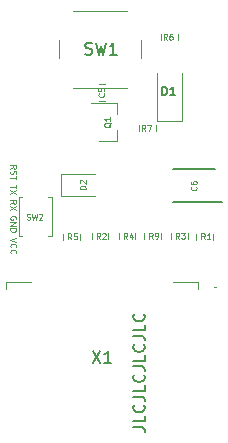
<source format=gbr>
G04 #@! TF.GenerationSoftware,KiCad,Pcbnew,(5.1.9)-1*
G04 #@! TF.CreationDate,2021-03-01T14:14:47+01:00*
G04 #@! TF.ProjectId,button timer v1.2.1_Coin_Cell,62757474-6f6e-4207-9469-6d6572207631,rev?*
G04 #@! TF.SameCoordinates,Original*
G04 #@! TF.FileFunction,Legend,Top*
G04 #@! TF.FilePolarity,Positive*
%FSLAX46Y46*%
G04 Gerber Fmt 4.6, Leading zero omitted, Abs format (unit mm)*
G04 Created by KiCad (PCBNEW (5.1.9)-1) date 2021-03-01 14:14:47*
%MOMM*%
%LPD*%
G01*
G04 APERTURE LIST*
%ADD10C,0.125000*%
%ADD11C,0.150000*%
%ADD12C,0.120000*%
%ADD13C,0.200000*%
G04 APERTURE END LIST*
D10*
X117970169Y-68458508D02*
X118208264Y-68291841D01*
X117970169Y-68172794D02*
X118470169Y-68172794D01*
X118470169Y-68363270D01*
X118446360Y-68410889D01*
X118422550Y-68434699D01*
X118374931Y-68458508D01*
X118303502Y-68458508D01*
X118255883Y-68434699D01*
X118232074Y-68410889D01*
X118208264Y-68363270D01*
X118208264Y-68172794D01*
X117993979Y-68648984D02*
X117970169Y-68720413D01*
X117970169Y-68839460D01*
X117993979Y-68887080D01*
X118017788Y-68910889D01*
X118065407Y-68934699D01*
X118113026Y-68934699D01*
X118160645Y-68910889D01*
X118184455Y-68887080D01*
X118208264Y-68839460D01*
X118232074Y-68744222D01*
X118255883Y-68696603D01*
X118279693Y-68672794D01*
X118327312Y-68648984D01*
X118374931Y-68648984D01*
X118422550Y-68672794D01*
X118446360Y-68696603D01*
X118470169Y-68744222D01*
X118470169Y-68863270D01*
X118446360Y-68934699D01*
X118470169Y-69077556D02*
X118470169Y-69363270D01*
X117970169Y-69220413D02*
X118470169Y-69220413D01*
X118470169Y-69839460D02*
X118470169Y-70125175D01*
X117970169Y-69982318D02*
X118470169Y-69982318D01*
X118470169Y-70244222D02*
X117970169Y-70577556D01*
X118470169Y-70577556D02*
X117970169Y-70244222D01*
X117970169Y-71434699D02*
X118208264Y-71268032D01*
X117970169Y-71148984D02*
X118470169Y-71148984D01*
X118470169Y-71339460D01*
X118446360Y-71387080D01*
X118422550Y-71410889D01*
X118374931Y-71434699D01*
X118303502Y-71434699D01*
X118255883Y-71410889D01*
X118232074Y-71387080D01*
X118208264Y-71339460D01*
X118208264Y-71148984D01*
X118470169Y-71601365D02*
X117970169Y-71934699D01*
X118470169Y-71934699D02*
X117970169Y-71601365D01*
X118446360Y-72768032D02*
X118470169Y-72720413D01*
X118470169Y-72648984D01*
X118446360Y-72577556D01*
X118398740Y-72529937D01*
X118351121Y-72506127D01*
X118255883Y-72482318D01*
X118184455Y-72482318D01*
X118089217Y-72506127D01*
X118041598Y-72529937D01*
X117993979Y-72577556D01*
X117970169Y-72648984D01*
X117970169Y-72696603D01*
X117993979Y-72768032D01*
X118017788Y-72791841D01*
X118184455Y-72791841D01*
X118184455Y-72696603D01*
X117970169Y-73006127D02*
X118470169Y-73006127D01*
X117970169Y-73291841D01*
X118470169Y-73291841D01*
X117970169Y-73529937D02*
X118470169Y-73529937D01*
X118470169Y-73648984D01*
X118446360Y-73720413D01*
X118398740Y-73768032D01*
X118351121Y-73791841D01*
X118255883Y-73815651D01*
X118184455Y-73815651D01*
X118089217Y-73791841D01*
X118041598Y-73768032D01*
X117993979Y-73720413D01*
X117970169Y-73648984D01*
X117970169Y-73529937D01*
X118470169Y-74339460D02*
X117970169Y-74506127D01*
X118470169Y-74672794D01*
X118017788Y-75125175D02*
X117993979Y-75101365D01*
X117970169Y-75029937D01*
X117970169Y-74982318D01*
X117993979Y-74910889D01*
X118041598Y-74863270D01*
X118089217Y-74839460D01*
X118184455Y-74815651D01*
X118255883Y-74815651D01*
X118351121Y-74839460D01*
X118398740Y-74863270D01*
X118446360Y-74910889D01*
X118470169Y-74982318D01*
X118470169Y-75029937D01*
X118446360Y-75101365D01*
X118422550Y-75125175D01*
X118017788Y-75625175D02*
X117993979Y-75601365D01*
X117970169Y-75529937D01*
X117970169Y-75482318D01*
X117993979Y-75410889D01*
X118041598Y-75363270D01*
X118089217Y-75339460D01*
X118184455Y-75315651D01*
X118255883Y-75315651D01*
X118351121Y-75339460D01*
X118398740Y-75363270D01*
X118446360Y-75410889D01*
X118470169Y-75482318D01*
X118470169Y-75529937D01*
X118446360Y-75601365D01*
X118422550Y-75625175D01*
D11*
X128357380Y-90344047D02*
X129071666Y-90344047D01*
X129214523Y-90391666D01*
X129309761Y-90486904D01*
X129357380Y-90629761D01*
X129357380Y-90725000D01*
X129357380Y-89391666D02*
X129357380Y-89867857D01*
X128357380Y-89867857D01*
X129262142Y-88486904D02*
X129309761Y-88534523D01*
X129357380Y-88677380D01*
X129357380Y-88772619D01*
X129309761Y-88915476D01*
X129214523Y-89010714D01*
X129119285Y-89058333D01*
X128928809Y-89105952D01*
X128785952Y-89105952D01*
X128595476Y-89058333D01*
X128500238Y-89010714D01*
X128405000Y-88915476D01*
X128357380Y-88772619D01*
X128357380Y-88677380D01*
X128405000Y-88534523D01*
X128452619Y-88486904D01*
X128357380Y-87772619D02*
X129071666Y-87772619D01*
X129214523Y-87820238D01*
X129309761Y-87915476D01*
X129357380Y-88058333D01*
X129357380Y-88153571D01*
X129357380Y-86820238D02*
X129357380Y-87296428D01*
X128357380Y-87296428D01*
X129262142Y-85915476D02*
X129309761Y-85963095D01*
X129357380Y-86105952D01*
X129357380Y-86201190D01*
X129309761Y-86344047D01*
X129214523Y-86439285D01*
X129119285Y-86486904D01*
X128928809Y-86534523D01*
X128785952Y-86534523D01*
X128595476Y-86486904D01*
X128500238Y-86439285D01*
X128405000Y-86344047D01*
X128357380Y-86201190D01*
X128357380Y-86105952D01*
X128405000Y-85963095D01*
X128452619Y-85915476D01*
X128357380Y-85201190D02*
X129071666Y-85201190D01*
X129214523Y-85248809D01*
X129309761Y-85344047D01*
X129357380Y-85486904D01*
X129357380Y-85582142D01*
X129357380Y-84248809D02*
X129357380Y-84725000D01*
X128357380Y-84725000D01*
X129262142Y-83344047D02*
X129309761Y-83391666D01*
X129357380Y-83534523D01*
X129357380Y-83629761D01*
X129309761Y-83772619D01*
X129214523Y-83867857D01*
X129119285Y-83915476D01*
X128928809Y-83963095D01*
X128785952Y-83963095D01*
X128595476Y-83915476D01*
X128500238Y-83867857D01*
X128405000Y-83772619D01*
X128357380Y-83629761D01*
X128357380Y-83534523D01*
X128405000Y-83391666D01*
X128452619Y-83344047D01*
X128357380Y-82629761D02*
X129071666Y-82629761D01*
X129214523Y-82677380D01*
X129309761Y-82772619D01*
X129357380Y-82915476D01*
X129357380Y-83010714D01*
X129357380Y-81677380D02*
X129357380Y-82153571D01*
X128357380Y-82153571D01*
X129262142Y-80772619D02*
X129309761Y-80820238D01*
X129357380Y-80963095D01*
X129357380Y-81058333D01*
X129309761Y-81201190D01*
X129214523Y-81296428D01*
X129119285Y-81344047D01*
X128928809Y-81391666D01*
X128785952Y-81391666D01*
X128595476Y-81344047D01*
X128500238Y-81296428D01*
X128405000Y-81201190D01*
X128357380Y-81058333D01*
X128357380Y-80963095D01*
X128405000Y-80820238D01*
X128452619Y-80772619D01*
D12*
G04 #@! TO.C,X1*
X117610000Y-78670000D02*
X117610000Y-78050000D01*
X117610000Y-78050000D02*
X119730000Y-78050000D01*
X131730000Y-78050000D02*
X133850000Y-78050000D01*
X133850000Y-78050000D02*
X133850000Y-78670000D01*
G04 #@! TO.C,Q1*
X126970000Y-66110000D02*
X126970000Y-65180000D01*
X126970000Y-62950000D02*
X126970000Y-63880000D01*
X126970000Y-62950000D02*
X124810000Y-62950000D01*
X126970000Y-66110000D02*
X125510000Y-66110000D01*
G04 #@! TO.C,D1*
X130365000Y-60360000D02*
X130365000Y-64445000D01*
X130365000Y-64445000D02*
X132535000Y-64445000D01*
X132535000Y-64445000D02*
X132535000Y-60360000D01*
D13*
G04 #@! TO.C,C6*
X131758080Y-71265240D02*
X135883080Y-71265240D01*
X135258080Y-68465240D02*
X131758080Y-68465240D01*
D12*
G04 #@! TO.C,D2*
X125120000Y-68920000D02*
X122235000Y-68920000D01*
X122235000Y-68920000D02*
X122235000Y-70740000D01*
X122235000Y-70740000D02*
X125120000Y-70740000D01*
G04 #@! TO.C,C7*
X135406395Y-78515800D02*
X135174725Y-78515800D01*
G04 #@! TO.C,C5*
X125428748Y-61300000D02*
X125951252Y-61300000D01*
X125428748Y-62720000D02*
X125951252Y-62720000D01*
G04 #@! TO.C,R9*
X130710000Y-73913748D02*
X130710000Y-74436252D01*
X129290000Y-73913748D02*
X129290000Y-74436252D01*
G04 #@! TO.C,R7*
X128880000Y-65311252D02*
X128880000Y-64788748D01*
X130300000Y-65311252D02*
X130300000Y-64788748D01*
G04 #@! TO.C,R6*
X130700000Y-57581252D02*
X130700000Y-57058748D01*
X132120000Y-57581252D02*
X132120000Y-57058748D01*
G04 #@! TO.C,R5*
X123835000Y-73963748D02*
X123835000Y-74486252D01*
X122415000Y-73963748D02*
X122415000Y-74486252D01*
G04 #@! TO.C,R4*
X128560000Y-73938748D02*
X128560000Y-74461252D01*
X127140000Y-73938748D02*
X127140000Y-74461252D01*
G04 #@! TO.C,R3*
X132967800Y-73906748D02*
X132967800Y-74429252D01*
X131547800Y-73906748D02*
X131547800Y-74429252D01*
G04 #@! TO.C,R2*
X126260000Y-73938748D02*
X126260000Y-74461252D01*
X124840000Y-73938748D02*
X124840000Y-74461252D01*
G04 #@! TO.C,R1*
X135126800Y-73957548D02*
X135126800Y-74480052D01*
X133706800Y-73957548D02*
X133706800Y-74480052D01*
G04 #@! TO.C,SW2*
X121170000Y-74160000D02*
X121470000Y-74160000D01*
X121470000Y-74160000D02*
X121470000Y-70860000D01*
X121470000Y-70860000D02*
X121170000Y-70860000D01*
X118970000Y-74160000D02*
X118670000Y-74160000D01*
X118670000Y-74160000D02*
X118670000Y-70860000D01*
X118670000Y-70860000D02*
X118970000Y-70860000D01*
G04 #@! TO.C,SW1*
X127800000Y-55100000D02*
X123300000Y-55100000D01*
X129050000Y-59100000D02*
X129050000Y-57600000D01*
X123300000Y-61600000D02*
X127800000Y-61600000D01*
X122050000Y-57600000D02*
X122050000Y-59100000D01*
G04 #@! TO.C,X1*
D11*
X124920476Y-83907380D02*
X125587142Y-84907380D01*
X125587142Y-83907380D02*
X124920476Y-84907380D01*
X126491904Y-84907380D02*
X125920476Y-84907380D01*
X126206190Y-84907380D02*
X126206190Y-83907380D01*
X126110952Y-84050238D01*
X126015714Y-84145476D01*
X125920476Y-84193095D01*
G04 #@! TO.C,Q1*
D10*
X126483809Y-64577619D02*
X126460000Y-64625238D01*
X126412380Y-64672857D01*
X126340952Y-64744285D01*
X126317142Y-64791904D01*
X126317142Y-64839523D01*
X126436190Y-64815714D02*
X126412380Y-64863333D01*
X126364761Y-64910952D01*
X126269523Y-64934761D01*
X126102857Y-64934761D01*
X126007619Y-64910952D01*
X125960000Y-64863333D01*
X125936190Y-64815714D01*
X125936190Y-64720476D01*
X125960000Y-64672857D01*
X126007619Y-64625238D01*
X126102857Y-64601428D01*
X126269523Y-64601428D01*
X126364761Y-64625238D01*
X126412380Y-64672857D01*
X126436190Y-64720476D01*
X126436190Y-64815714D01*
X126436190Y-64125238D02*
X126436190Y-64410952D01*
X126436190Y-64268095D02*
X125936190Y-64268095D01*
X126007619Y-64315714D01*
X126055238Y-64363333D01*
X126079047Y-64410952D01*
G04 #@! TO.C,D1*
D11*
X130833333Y-62226666D02*
X130833333Y-61526666D01*
X131000000Y-61526666D01*
X131100000Y-61560000D01*
X131166666Y-61626666D01*
X131200000Y-61693333D01*
X131233333Y-61826666D01*
X131233333Y-61926666D01*
X131200000Y-62060000D01*
X131166666Y-62126666D01*
X131100000Y-62193333D01*
X131000000Y-62226666D01*
X130833333Y-62226666D01*
X131900000Y-62226666D02*
X131500000Y-62226666D01*
X131700000Y-62226666D02*
X131700000Y-61526666D01*
X131633333Y-61626666D01*
X131566666Y-61693333D01*
X131500000Y-61726666D01*
G04 #@! TO.C,C6*
D10*
X133686651Y-69998573D02*
X133710460Y-70022382D01*
X133734270Y-70093811D01*
X133734270Y-70141430D01*
X133710460Y-70212859D01*
X133662841Y-70260478D01*
X133615222Y-70284287D01*
X133519984Y-70308097D01*
X133448556Y-70308097D01*
X133353318Y-70284287D01*
X133305699Y-70260478D01*
X133258080Y-70212859D01*
X133234270Y-70141430D01*
X133234270Y-70093811D01*
X133258080Y-70022382D01*
X133281889Y-69998573D01*
X133234270Y-69570001D02*
X133234270Y-69665240D01*
X133258080Y-69712859D01*
X133281889Y-69736668D01*
X133353318Y-69784287D01*
X133448556Y-69808097D01*
X133639032Y-69808097D01*
X133686651Y-69784287D01*
X133710460Y-69760478D01*
X133734270Y-69712859D01*
X133734270Y-69617620D01*
X133710460Y-69570001D01*
X133686651Y-69546192D01*
X133639032Y-69522382D01*
X133519984Y-69522382D01*
X133472365Y-69546192D01*
X133448556Y-69570001D01*
X133424746Y-69617620D01*
X133424746Y-69712859D01*
X133448556Y-69760478D01*
X133472365Y-69784287D01*
X133519984Y-69808097D01*
G04 #@! TO.C,D2*
X124346190Y-70199047D02*
X123846190Y-70199047D01*
X123846190Y-70080000D01*
X123870000Y-70008571D01*
X123917619Y-69960952D01*
X123965238Y-69937142D01*
X124060476Y-69913333D01*
X124131904Y-69913333D01*
X124227142Y-69937142D01*
X124274761Y-69960952D01*
X124322380Y-70008571D01*
X124346190Y-70080000D01*
X124346190Y-70199047D01*
X123893809Y-69722857D02*
X123870000Y-69699047D01*
X123846190Y-69651428D01*
X123846190Y-69532380D01*
X123870000Y-69484761D01*
X123893809Y-69460952D01*
X123941428Y-69437142D01*
X123989047Y-69437142D01*
X124060476Y-69460952D01*
X124346190Y-69746666D01*
X124346190Y-69437142D01*
G04 #@! TO.C,C5*
X125868571Y-62093333D02*
X125892380Y-62117142D01*
X125916190Y-62188571D01*
X125916190Y-62236190D01*
X125892380Y-62307619D01*
X125844761Y-62355238D01*
X125797142Y-62379047D01*
X125701904Y-62402857D01*
X125630476Y-62402857D01*
X125535238Y-62379047D01*
X125487619Y-62355238D01*
X125440000Y-62307619D01*
X125416190Y-62236190D01*
X125416190Y-62188571D01*
X125440000Y-62117142D01*
X125463809Y-62093333D01*
X125416190Y-61640952D02*
X125416190Y-61879047D01*
X125654285Y-61902857D01*
X125630476Y-61879047D01*
X125606666Y-61831428D01*
X125606666Y-61712380D01*
X125630476Y-61664761D01*
X125654285Y-61640952D01*
X125701904Y-61617142D01*
X125820952Y-61617142D01*
X125868571Y-61640952D01*
X125892380Y-61664761D01*
X125916190Y-61712380D01*
X125916190Y-61831428D01*
X125892380Y-61879047D01*
X125868571Y-61902857D01*
G04 #@! TO.C,R9*
X130016666Y-74401190D02*
X129850000Y-74163095D01*
X129730952Y-74401190D02*
X129730952Y-73901190D01*
X129921428Y-73901190D01*
X129969047Y-73925000D01*
X129992857Y-73948809D01*
X130016666Y-73996428D01*
X130016666Y-74067857D01*
X129992857Y-74115476D01*
X129969047Y-74139285D01*
X129921428Y-74163095D01*
X129730952Y-74163095D01*
X130254761Y-74401190D02*
X130350000Y-74401190D01*
X130397619Y-74377380D01*
X130421428Y-74353571D01*
X130469047Y-74282142D01*
X130492857Y-74186904D01*
X130492857Y-73996428D01*
X130469047Y-73948809D01*
X130445238Y-73925000D01*
X130397619Y-73901190D01*
X130302380Y-73901190D01*
X130254761Y-73925000D01*
X130230952Y-73948809D01*
X130207142Y-73996428D01*
X130207142Y-74115476D01*
X130230952Y-74163095D01*
X130254761Y-74186904D01*
X130302380Y-74210714D01*
X130397619Y-74210714D01*
X130445238Y-74186904D01*
X130469047Y-74163095D01*
X130492857Y-74115476D01*
G04 #@! TO.C,R7*
X129406666Y-65276190D02*
X129240000Y-65038095D01*
X129120952Y-65276190D02*
X129120952Y-64776190D01*
X129311428Y-64776190D01*
X129359047Y-64800000D01*
X129382857Y-64823809D01*
X129406666Y-64871428D01*
X129406666Y-64942857D01*
X129382857Y-64990476D01*
X129359047Y-65014285D01*
X129311428Y-65038095D01*
X129120952Y-65038095D01*
X129573333Y-64776190D02*
X129906666Y-64776190D01*
X129692380Y-65276190D01*
G04 #@! TO.C,R6*
X131226666Y-57546190D02*
X131060000Y-57308095D01*
X130940952Y-57546190D02*
X130940952Y-57046190D01*
X131131428Y-57046190D01*
X131179047Y-57070000D01*
X131202857Y-57093809D01*
X131226666Y-57141428D01*
X131226666Y-57212857D01*
X131202857Y-57260476D01*
X131179047Y-57284285D01*
X131131428Y-57308095D01*
X130940952Y-57308095D01*
X131655238Y-57046190D02*
X131560000Y-57046190D01*
X131512380Y-57070000D01*
X131488571Y-57093809D01*
X131440952Y-57165238D01*
X131417142Y-57260476D01*
X131417142Y-57450952D01*
X131440952Y-57498571D01*
X131464761Y-57522380D01*
X131512380Y-57546190D01*
X131607619Y-57546190D01*
X131655238Y-57522380D01*
X131679047Y-57498571D01*
X131702857Y-57450952D01*
X131702857Y-57331904D01*
X131679047Y-57284285D01*
X131655238Y-57260476D01*
X131607619Y-57236666D01*
X131512380Y-57236666D01*
X131464761Y-57260476D01*
X131440952Y-57284285D01*
X131417142Y-57331904D01*
G04 #@! TO.C,R5*
X123141666Y-74451190D02*
X122975000Y-74213095D01*
X122855952Y-74451190D02*
X122855952Y-73951190D01*
X123046428Y-73951190D01*
X123094047Y-73975000D01*
X123117857Y-73998809D01*
X123141666Y-74046428D01*
X123141666Y-74117857D01*
X123117857Y-74165476D01*
X123094047Y-74189285D01*
X123046428Y-74213095D01*
X122855952Y-74213095D01*
X123594047Y-73951190D02*
X123355952Y-73951190D01*
X123332142Y-74189285D01*
X123355952Y-74165476D01*
X123403571Y-74141666D01*
X123522619Y-74141666D01*
X123570238Y-74165476D01*
X123594047Y-74189285D01*
X123617857Y-74236904D01*
X123617857Y-74355952D01*
X123594047Y-74403571D01*
X123570238Y-74427380D01*
X123522619Y-74451190D01*
X123403571Y-74451190D01*
X123355952Y-74427380D01*
X123332142Y-74403571D01*
G04 #@! TO.C,R4*
X127866666Y-74426190D02*
X127700000Y-74188095D01*
X127580952Y-74426190D02*
X127580952Y-73926190D01*
X127771428Y-73926190D01*
X127819047Y-73950000D01*
X127842857Y-73973809D01*
X127866666Y-74021428D01*
X127866666Y-74092857D01*
X127842857Y-74140476D01*
X127819047Y-74164285D01*
X127771428Y-74188095D01*
X127580952Y-74188095D01*
X128295238Y-74092857D02*
X128295238Y-74426190D01*
X128176190Y-73902380D02*
X128057142Y-74259523D01*
X128366666Y-74259523D01*
G04 #@! TO.C,R3*
X132274466Y-74394190D02*
X132107800Y-74156095D01*
X131988752Y-74394190D02*
X131988752Y-73894190D01*
X132179228Y-73894190D01*
X132226847Y-73918000D01*
X132250657Y-73941809D01*
X132274466Y-73989428D01*
X132274466Y-74060857D01*
X132250657Y-74108476D01*
X132226847Y-74132285D01*
X132179228Y-74156095D01*
X131988752Y-74156095D01*
X132441133Y-73894190D02*
X132750657Y-73894190D01*
X132583990Y-74084666D01*
X132655419Y-74084666D01*
X132703038Y-74108476D01*
X132726847Y-74132285D01*
X132750657Y-74179904D01*
X132750657Y-74298952D01*
X132726847Y-74346571D01*
X132703038Y-74370380D01*
X132655419Y-74394190D01*
X132512561Y-74394190D01*
X132464942Y-74370380D01*
X132441133Y-74346571D01*
G04 #@! TO.C,R2*
X125566666Y-74426190D02*
X125400000Y-74188095D01*
X125280952Y-74426190D02*
X125280952Y-73926190D01*
X125471428Y-73926190D01*
X125519047Y-73950000D01*
X125542857Y-73973809D01*
X125566666Y-74021428D01*
X125566666Y-74092857D01*
X125542857Y-74140476D01*
X125519047Y-74164285D01*
X125471428Y-74188095D01*
X125280952Y-74188095D01*
X125757142Y-73973809D02*
X125780952Y-73950000D01*
X125828571Y-73926190D01*
X125947619Y-73926190D01*
X125995238Y-73950000D01*
X126019047Y-73973809D01*
X126042857Y-74021428D01*
X126042857Y-74069047D01*
X126019047Y-74140476D01*
X125733333Y-74426190D01*
X126042857Y-74426190D01*
G04 #@! TO.C,R1*
X134433466Y-74444990D02*
X134266800Y-74206895D01*
X134147752Y-74444990D02*
X134147752Y-73944990D01*
X134338228Y-73944990D01*
X134385847Y-73968800D01*
X134409657Y-73992609D01*
X134433466Y-74040228D01*
X134433466Y-74111657D01*
X134409657Y-74159276D01*
X134385847Y-74183085D01*
X134338228Y-74206895D01*
X134147752Y-74206895D01*
X134909657Y-74444990D02*
X134623942Y-74444990D01*
X134766800Y-74444990D02*
X134766800Y-73944990D01*
X134719180Y-74016419D01*
X134671561Y-74064038D01*
X134623942Y-74087847D01*
G04 #@! TO.C,SW2*
X119353333Y-72762380D02*
X119424761Y-72786190D01*
X119543809Y-72786190D01*
X119591428Y-72762380D01*
X119615238Y-72738571D01*
X119639047Y-72690952D01*
X119639047Y-72643333D01*
X119615238Y-72595714D01*
X119591428Y-72571904D01*
X119543809Y-72548095D01*
X119448571Y-72524285D01*
X119400952Y-72500476D01*
X119377142Y-72476666D01*
X119353333Y-72429047D01*
X119353333Y-72381428D01*
X119377142Y-72333809D01*
X119400952Y-72310000D01*
X119448571Y-72286190D01*
X119567619Y-72286190D01*
X119639047Y-72310000D01*
X119805714Y-72286190D02*
X119924761Y-72786190D01*
X120020000Y-72429047D01*
X120115238Y-72786190D01*
X120234285Y-72286190D01*
X120400952Y-72333809D02*
X120424761Y-72310000D01*
X120472380Y-72286190D01*
X120591428Y-72286190D01*
X120639047Y-72310000D01*
X120662857Y-72333809D01*
X120686666Y-72381428D01*
X120686666Y-72429047D01*
X120662857Y-72500476D01*
X120377142Y-72786190D01*
X120686666Y-72786190D01*
G04 #@! TO.C,SW1*
D11*
X124316666Y-58754761D02*
X124459523Y-58802380D01*
X124697619Y-58802380D01*
X124792857Y-58754761D01*
X124840476Y-58707142D01*
X124888095Y-58611904D01*
X124888095Y-58516666D01*
X124840476Y-58421428D01*
X124792857Y-58373809D01*
X124697619Y-58326190D01*
X124507142Y-58278571D01*
X124411904Y-58230952D01*
X124364285Y-58183333D01*
X124316666Y-58088095D01*
X124316666Y-57992857D01*
X124364285Y-57897619D01*
X124411904Y-57850000D01*
X124507142Y-57802380D01*
X124745238Y-57802380D01*
X124888095Y-57850000D01*
X125221428Y-57802380D02*
X125459523Y-58802380D01*
X125650000Y-58088095D01*
X125840476Y-58802380D01*
X126078571Y-57802380D01*
X126983333Y-58802380D02*
X126411904Y-58802380D01*
X126697619Y-58802380D02*
X126697619Y-57802380D01*
X126602380Y-57945238D01*
X126507142Y-58040476D01*
X126411904Y-58088095D01*
G04 #@! TD*
M02*

</source>
